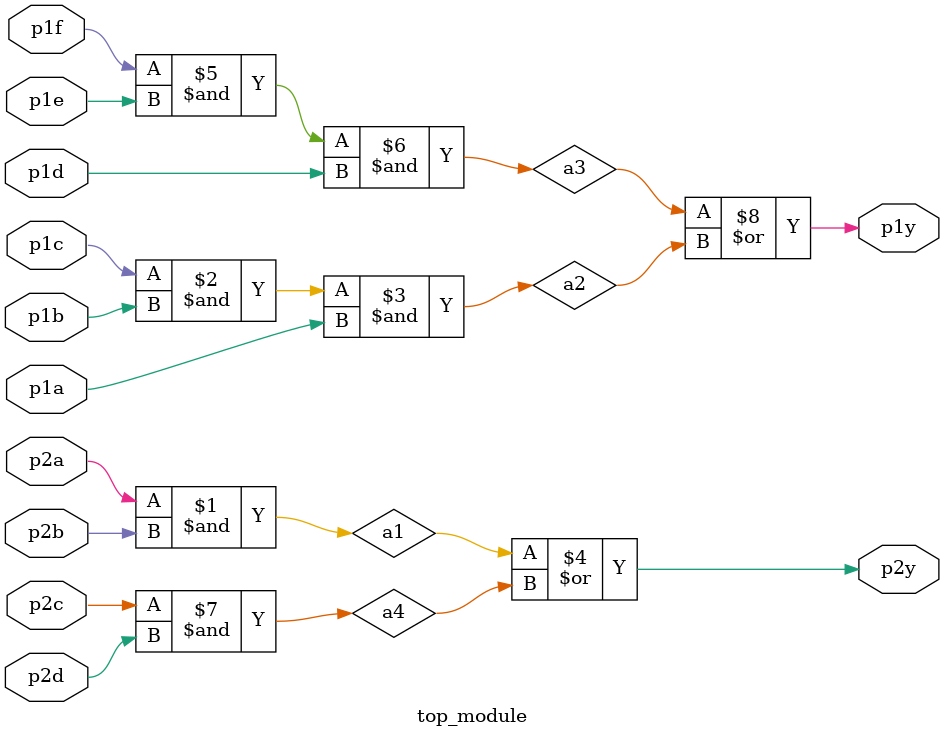
<source format=v>
module top_module ( 
    input p1a, p1b, p1c, p1d, p1e, p1f,
    output p1y,
    input p2a, p2b, p2c, p2d,
    output p2y );
	wire a1,a2,a3,a4;
    assign a1=p2a&p2b;
    assign  a2=p1c&p1b&p1a;
    assign 	p2y=a1|a4;
    assign a3=p1f&p1e&p1d;
    assign a4=p2c&p2d;
    assign p1y=a3|a2;

endmodule

</source>
